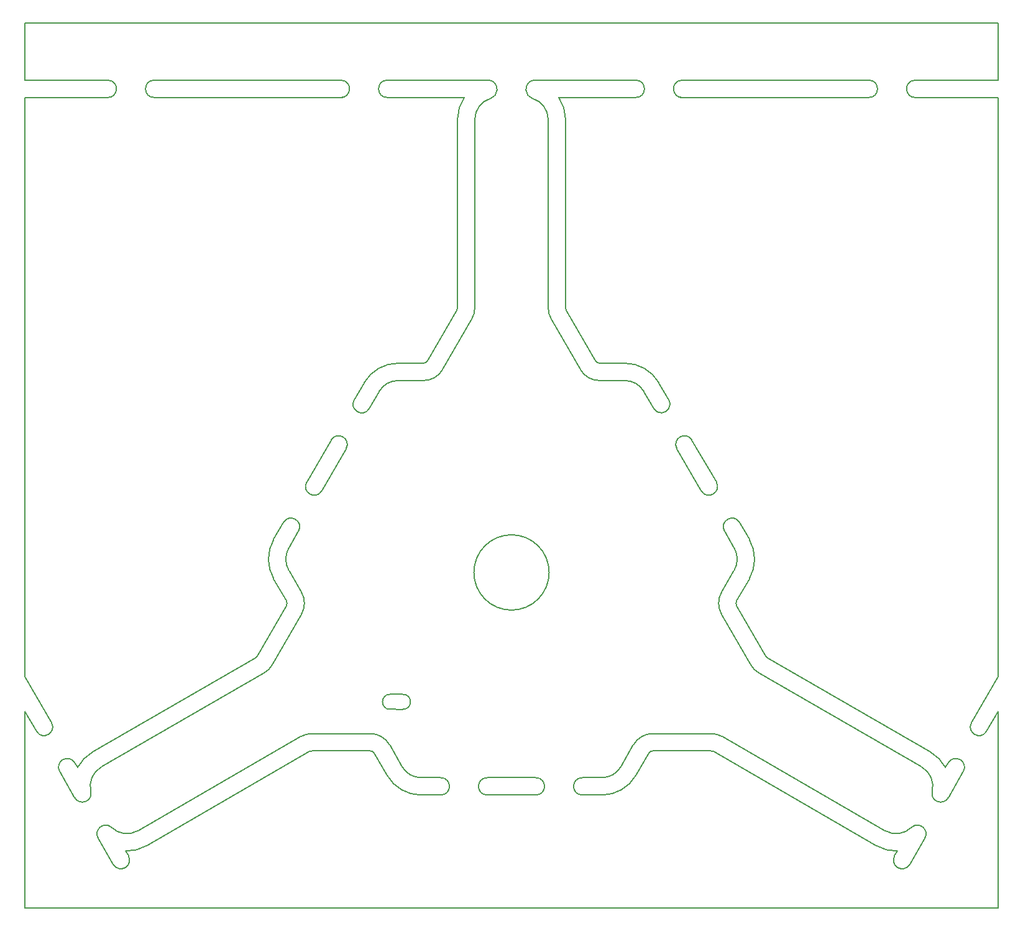
<source format=gbr>
G04 DipTrace 3.0.0.2*
G04 BoardOutline.gbr*
%MOIN*%
G04 #@! TF.FileFunction,Profile*
G04 #@! TF.Part,Single*
%ADD11C,0.006*%
%FSLAX26Y26*%
G04*
G70*
G90*
G75*
G01*
G04 BoardOutline*
%LPD*%
X2801928Y2194017D2*
D11*
G02X2801928Y2194017I201772J0D01*
G01*
X2531966Y3222562D2*
X2395584D1*
X2791026Y3553156D2*
X2634252Y3281617D1*
X2806849Y3612211D2*
Y4621450D1*
X3200550D2*
Y3612211D1*
X3373147Y3281617D2*
X3216373Y3553156D1*
X3611815Y3222562D2*
X3475433D1*
X4130312Y2088277D2*
X4198503Y2206387D1*
X4287085Y1698629D2*
X4130312Y1970168D1*
X4330318Y1655396D2*
X5204344Y1150777D1*
X5007493Y809823D2*
X4133467Y1314442D1*
X3760865Y1330266D2*
X4074412D1*
X3590388Y1153101D2*
X3658579Y1271211D1*
X2348820D2*
X2417010Y1153101D1*
X1932987Y1330266D2*
X2246534D1*
X1873932Y1314442D2*
X999906Y809823D1*
X803055Y1150777D2*
X1677081Y1655396D1*
X1877087Y1970168D2*
X1720314Y1698629D1*
X1808896Y2206387D2*
X1877087Y2088277D1*
X2395584Y3222562D2*
G03X2293298Y3163507I-3J-118104D01*
G01*
X2531966Y3222562D2*
G03X2634252Y3281617I-1J118111D01*
G01*
X2791026Y3553156D2*
G03X2806849Y3612211I-102282J59052D01*
G01*
X2891717Y4734786D2*
G03X2806849Y4621450I33242J-113335D01*
G01*
X3200550Y3612211D2*
G03X3216373Y3553156I118105J-3D01*
G01*
X3373147Y3281617D2*
G03X3475433Y3222562I102287J59056D01*
G01*
X4130312Y2088277D2*
G03X4130312Y1970168I102281J-59054D01*
G01*
X4287085Y1698629D2*
G03X4330318Y1655396I102289J59057D01*
G01*
X4133467Y1314442D2*
G03X4074412Y1330266I-59057J-102290D01*
G01*
X3760865D2*
G03X3658579Y1271211I1J-118111D01*
G01*
X3488102Y1094046D2*
G03X3590388Y1153101I-1J118111D01*
G01*
X2417010D2*
G03X2519297Y1094046I102287J59056D01*
G01*
X2348820Y1271211D2*
G03X2246534Y1330266I-102287J-59056D01*
G01*
X1932987D2*
G03X1873932Y1314442I2J-118114D01*
G01*
X1677081Y1655396D2*
G03X1720314Y1698629I-59057J102289D01*
G01*
X1877087Y1970168D2*
G03X1877087Y2088277I-102281J59054D01*
G01*
X1808896Y2324497D2*
G03X1808896Y2206387I102284J-59055D01*
G01*
X2116285Y2856911D2*
X1985909Y2631094D1*
X1861285Y2415238D2*
X1808896Y2324497D1*
X1780744Y2461738D2*
X1728356Y2370997D1*
X2212757Y3210007D2*
X2160369Y3119268D1*
X1861285Y2415238D2*
G03X1780744Y2461738I-40271J23249D01*
G01*
X1905369Y2677594D2*
G03X1985909Y2631094I40270J-23250D01*
G01*
X2160369Y3119268D2*
G03X2240909Y3072768I40270J-23250D01*
G01*
X2116285Y2856911D2*
G03X2035744Y2903411I-40271J23249D01*
G01*
X2240909Y3072768D2*
X2293298Y3163507D1*
X1905369Y2677594D2*
X2035744Y2903411D1*
X3134075Y1094046D2*
X2873324D1*
X2624075D2*
X2519297D1*
X2624075Y1001046D2*
X2519297D1*
X3488102D2*
X3383324D1*
X2624075D2*
G03X2624075Y1094046I0J46500D01*
G01*
X2873324D2*
G03X2873324Y1001046I0J-46500D01*
G01*
X3383324Y1094046D2*
G03X3383324Y1001046I0J-46500D01*
G01*
X3134075D2*
G03X3134075Y1094046I0J46500D01*
G01*
X3383324D2*
X3488102D1*
X2873324Y1001046D2*
X3134075D1*
X2879075Y4832560D2*
X2337383D1*
X2088133D2*
X1087383D1*
G03X1087383Y4739560I0J-46500D01*
G01*
X838133D2*
G03X838133Y4832560I0J46500D01*
G01*
X394000D1*
X2925575Y4786060D2*
G03X2879075Y4832560I-46500J0D01*
G01*
X838133Y4739560D2*
X394000D1*
X2088133D2*
X1087383D1*
X2925575Y4786060D2*
X2925484Y4779264D1*
X2891717Y4734786D2*
G03X2925484Y4779264I-13227J45099D01*
G01*
X3081824Y4786060D2*
X3081915Y4779264D1*
G03X3115682Y4734786I46995J621D01*
G01*
X2713849Y3612211D2*
Y4621450D1*
X2749982Y4739560D2*
X2337383D1*
X2749982D2*
G03X2713849Y4621450I174966J-118108D01*
G01*
X2710486Y3599656D2*
X2553713Y3328117D1*
X2531966Y3315562D2*
X2395584D1*
X2531966D2*
G03X2553713Y3328117I-3J25116D01*
G01*
X2710486Y3599656D2*
G03X2713849Y3612211I-21758J12557D01*
G01*
X2395584Y3315562D2*
G03X2212757Y3210007I0J-211110D01*
G01*
X2087757Y4739560D2*
X2097257D1*
X2337383Y4832560D2*
G03X2337383Y4739560I0J-46500D01*
G01*
X2088133D2*
G03X2088133Y4832560I0J46500D01*
G01*
X1630581Y1735937D2*
X756555Y1231318D1*
X1639773Y1745129D2*
X1796546Y2016668D1*
Y2041777D2*
X1728356Y2159887D1*
X1796546Y2016668D2*
G03X1796546Y2041777I-21738J12554D01*
G01*
X1630581Y1735937D2*
G03X1639773Y1745129I-12558J21749D01*
G01*
X1728356Y2370997D2*
G03X1728356Y2159887I182826J-105555D01*
G01*
X858135Y827799D2*
G03X999906Y809823I82715J84309D01*
G01*
X394000Y4832560D2*
Y5139560D1*
X933971Y701112D2*
G03X1046406Y729282I6880J210999D01*
G01*
X858135Y827799D2*
G03X786948Y769764I-30900J-34775D01*
G01*
X1920432Y1233903D2*
X1046406Y729282D1*
X1932987Y1237266D2*
X2246534D1*
X1932987D2*
G03X1920432Y1233903I2J-25121D01*
G01*
X2268280Y1224711D2*
G03X2246534Y1237266I-21743J-12549D01*
G01*
X2268280Y1224711D2*
X2336470Y1106601D1*
G03X2519297Y1001046I182827J105555D01*
G01*
X786948Y769764D2*
X868430Y628631D1*
X933971Y701112D2*
X948971Y675131D1*
X868430Y628631D2*
G03X948971Y675131I40271J23249D01*
G01*
X803055Y1150777D2*
G03X747739Y1019012I59057J-102286D01*
G01*
X756555Y1231318D2*
G03X675941Y1148033I105551J-182823D01*
G01*
X661883Y986381D2*
G03X747739Y1019012I40288J23261D01*
G01*
X661883Y986381D2*
X580402Y1127513D1*
X660941Y1174013D2*
G03X580402Y1127513I-40270J-23249D01*
G01*
X675941Y1148033D2*
X660941Y1174013D1*
X536566Y1389438D2*
X394000Y1636369D1*
Y394000D2*
Y1450369D1*
Y1636369D2*
Y4739560D1*
X456025Y1342938D2*
X394000Y1450369D1*
X3128324Y4832560D2*
G03X3081824Y4786060I0J-46500D01*
G01*
X3714101Y3163507D2*
G03X3611815Y3222562I-102283J-59049D01*
G01*
X3200550Y4621450D2*
G03X3115682Y4734786I-118109J1D01*
G01*
X4198503Y2206387D2*
G03X4198503Y2324497I-102284J59055D01*
G01*
X3891114Y2856911D2*
X4021490Y2631094D1*
X4146114Y2415238D2*
X4198503Y2324497D1*
X4226655Y2461738D2*
X4279043Y2370997D1*
X3794642Y3210007D2*
X3847030Y3119268D1*
X4226655Y2461738D2*
G03X4146114Y2415238I-40270J-23251D01*
G01*
X4021490Y2631094D2*
G03X4102030Y2677594I40270J23250D01*
G01*
X3766490Y3072768D2*
G03X3847030Y3119268I40270J23250D01*
G01*
X3971655Y2903411D2*
G03X3891114Y2856911I-40270J-23251D01*
G01*
X3766490Y3072768D2*
X3714101Y3163507D1*
X4102030Y2677594D2*
X3971655Y2903411D1*
X3128324Y4832560D2*
X3670016D1*
X3919266D2*
X4920016D1*
Y4739560D2*
G03X4920016Y4832560I0J46500D01*
G01*
X5169266D2*
G03X5169266Y4739560I0J-46500D01*
G01*
Y4832560D2*
X5613399D1*
X5169266Y4739560D2*
X5613399D1*
X3919266D2*
X4920016D1*
X3293550Y3612211D2*
Y4621450D1*
X3257417Y4739560D2*
X3670016D1*
X3293550Y4621450D2*
G03X3257417Y4739560I-211098J2D01*
G01*
X3296913Y3599656D2*
X3453686Y3328117D1*
X3475433Y3315562D2*
X3611815D1*
X3453686Y3328117D2*
G03X3475433Y3315562I21750J12561D01*
G01*
X3293550Y3612211D2*
G03X3296913Y3599656I25121J2D01*
G01*
X3794642Y3210007D2*
G03X3611815Y3315562I-182827J-105555D01*
G01*
X3919642Y4739560D2*
X3910142D1*
X3670016D2*
G03X3670016Y4832560I0J46500D01*
G01*
X3919266D2*
G03X3919266Y4739560I0J-46500D01*
G01*
X4376818Y1735937D2*
X5250844Y1231318D1*
X4367626Y1745129D2*
X4210853Y2016668D1*
Y2041777D2*
X4279043Y2159887D1*
X4210853Y2041777D2*
G03X4210853Y2016668I21738J-12554D01*
G01*
X4367626Y1745129D2*
G03X4376818Y1735937I21749J12558D01*
G01*
X4279043Y2159887D2*
G03X4279043Y2370997I-182826J105555D01*
G01*
X5007493Y809823D2*
G03X5149264Y827799I59055J102285D01*
G01*
X5613399Y4832560D2*
Y5139560D1*
X4960993Y729282D2*
G03X5073428Y701112I105554J182828D01*
G01*
X5220451Y769764D2*
G03X5149264Y827799I-40288J23260D01*
G01*
X4086967Y1233903D2*
X4960993Y729282D1*
X4074412Y1237266D2*
X3760865D1*
X4086967Y1233903D2*
G03X4074412Y1237266I-12557J-21758D01*
G01*
X3760865D2*
G03X3739119Y1224711I-3J-25105D01*
G01*
X3670929Y1106601D1*
X3488102Y1001046D2*
G03X3670929Y1106601I0J211110D01*
G01*
X5220451Y769764D2*
X5138969Y628631D1*
X5073428Y701112D2*
X5058428Y675131D1*
G03X5138969Y628631I40270J-23251D01*
G01*
X5259660Y1019012D2*
G03X5204344Y1150777I-114373J29479D01*
G01*
X5331458Y1148033D2*
G03X5250844Y1231318I-186165J-99538D01*
G01*
X5259660Y1019012D2*
G03X5345516Y986381I45568J-9370D01*
G01*
X5426997Y1127513D1*
G03X5346458Y1174013I-40269J23251D01*
G01*
X5331458Y1148033D2*
X5346458Y1174013D1*
X5613399Y394000D2*
X394000D1*
Y5139560D2*
X5613399D1*
X456025Y1342938D2*
G03X536566Y1389438I40270J23251D01*
G01*
X5470833D2*
X5613399Y1636369D1*
Y394000D2*
Y1450369D1*
Y1636369D2*
Y4739560D1*
X5551374Y1342938D2*
X5613399Y1450369D1*
X5470833Y1389438D2*
G03X5551374Y1342938I40271J-23249D01*
G01*
X2421699Y1540572D2*
G02X2421699Y1460572I0J-40000D01*
G01*
X2351699Y1540572D2*
G03X2351699Y1460572I0J-40000D01*
G01*
Y1541072D2*
X2421699Y1540572D1*
Y1460072D2*
X2351699Y1460572D1*
M02*

</source>
